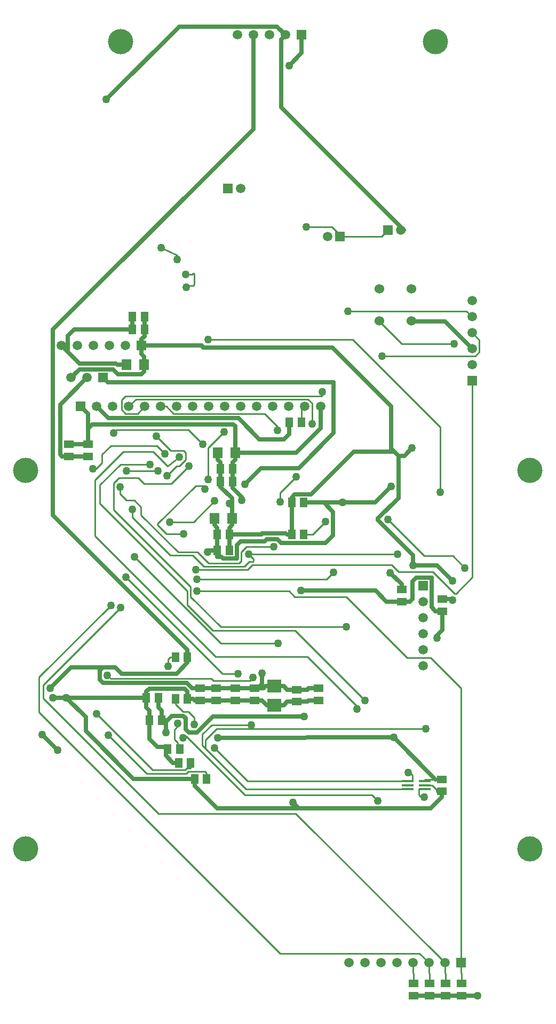
<source format=gbl>
%FSLAX25Y25*%
%MOIN*%
G70*
G01*
G75*
G04 Layer_Physical_Order=2*
G04 Layer_Color=16711680*
%ADD10R,0.03150X0.06299*%
%ADD11O,0.12598X0.02362*%
%ADD12R,0.00945X0.11811*%
%ADD13R,0.11811X0.00945*%
%ADD14O,0.11811X0.00945*%
%ADD15R,0.03937X0.04331*%
%ADD16R,0.05906X0.05118*%
%ADD17R,0.05118X0.05906*%
%ADD18R,0.09449X0.07087*%
%ADD19R,0.07874X0.04724*%
%ADD20R,0.08268X0.02362*%
%ADD21R,0.17716X0.19685*%
%ADD22R,0.08661X0.11811*%
%ADD23R,0.11024X0.07874*%
%ADD24R,0.06299X0.03150*%
%ADD25R,0.11000X0.15000*%
%ADD26R,0.10984X0.11811*%
%ADD27R,0.06496X0.04724*%
%ADD28R,0.06496X0.04528*%
%ADD29R,0.06299X0.10630*%
%ADD30R,0.10236X0.09449*%
%ADD31R,0.06299X0.07087*%
%ADD32R,0.07087X0.06299*%
%ADD33R,0.08661X0.13386*%
%ADD34R,0.04528X0.06496*%
%ADD35R,0.04724X0.06496*%
%ADD36R,0.07874X0.01378*%
%ADD37O,0.07874X0.01378*%
%ADD38R,0.06500X0.11201*%
%ADD39R,0.09055X0.05906*%
%ADD40R,0.09055X0.05906*%
%ADD41R,0.09055X0.09055*%
%ADD42R,0.05512X0.14961*%
%ADD43R,0.07284X0.01575*%
%ADD44R,0.23622X0.23622*%
%ADD45O,0.00669X0.05709*%
%ADD46R,0.00669X0.05709*%
%ADD47C,0.02500*%
%ADD48C,0.01000*%
%ADD49C,0.00800*%
%ADD50C,0.00600*%
%ADD51C,0.00661*%
%ADD52C,0.00700*%
%ADD53C,0.02205*%
%ADD54C,0.01654*%
%ADD55C,0.00965*%
%ADD56C,0.01102*%
%ADD57C,0.00900*%
%ADD58C,0.05906*%
%ADD59R,0.05906X0.05906*%
%ADD60C,0.06000*%
%ADD61R,0.05906X0.05906*%
%ADD62C,0.15748*%
%ADD63C,0.05000*%
%ADD64R,0.08661X0.07874*%
D16*
X490000Y338260D02*
D03*
Y345740D02*
D03*
X480000Y338260D02*
D03*
Y345740D02*
D03*
X470000Y338260D02*
D03*
Y345740D02*
D03*
X460000Y338260D02*
D03*
Y345740D02*
D03*
X256394Y682441D02*
D03*
Y674961D02*
D03*
X244394Y682441D02*
D03*
Y674961D02*
D03*
X478000Y578260D02*
D03*
Y585740D02*
D03*
X400701Y522567D02*
D03*
Y530047D02*
D03*
X326701Y522567D02*
D03*
Y530047D02*
D03*
X336701Y522567D02*
D03*
Y530047D02*
D03*
X348701Y522567D02*
D03*
Y530047D02*
D03*
X360701Y522567D02*
D03*
Y530047D02*
D03*
X452500Y591740D02*
D03*
Y584260D02*
D03*
X386953Y529287D02*
D03*
Y521807D02*
D03*
X477453Y473287D02*
D03*
Y465807D02*
D03*
D17*
X292961Y524307D02*
D03*
X300441D02*
D03*
X294961Y510307D02*
D03*
X302441D02*
D03*
X337260Y626234D02*
D03*
X344740D02*
D03*
X346740Y659000D02*
D03*
X339260D02*
D03*
X284260Y754000D02*
D03*
X291740D02*
D03*
X337260Y616234D02*
D03*
X344740D02*
D03*
X346740Y667000D02*
D03*
X339260D02*
D03*
X284260Y762000D02*
D03*
X291740D02*
D03*
X391240Y646000D02*
D03*
X383760D02*
D03*
X391240Y626000D02*
D03*
X383760D02*
D03*
X389740Y696000D02*
D03*
X382260D02*
D03*
X306260Y492000D02*
D03*
X313740D02*
D03*
X313213Y483547D02*
D03*
X320693D02*
D03*
X323213Y473547D02*
D03*
X330693D02*
D03*
X311213Y549547D02*
D03*
X318693D02*
D03*
Y523547D02*
D03*
X311213D02*
D03*
D31*
X346512Y636234D02*
D03*
X335488D02*
D03*
X291512Y732000D02*
D03*
X280488D02*
D03*
X348512Y677000D02*
D03*
X337488D02*
D03*
D43*
X456138Y472106D02*
D03*
Y469547D02*
D03*
Y466988D02*
D03*
X466768D02*
D03*
Y469547D02*
D03*
Y472106D02*
D03*
D47*
X474000Y562000D02*
Y562500D01*
Y562000D02*
X474500Y561500D01*
X478000Y566500D02*
Y578260D01*
X474000Y562500D02*
X478000Y566500D01*
X454300Y675300D02*
X459000Y680000D01*
X450600Y675300D02*
X454300D01*
X446000Y679900D02*
X448000Y677900D01*
X409081Y742919D02*
X446000Y706000D01*
X319500Y502500D02*
X324500D01*
X302441Y510307D02*
X305200D01*
X334600Y512600D02*
X391400D01*
X324500Y502500D02*
X334600Y512600D01*
X316000Y512850D02*
X317500Y511350D01*
X308743Y512850D02*
X316000D01*
X306200Y510307D02*
X308743Y512850D01*
X305200Y510307D02*
X306200D01*
X317500Y504500D02*
X319500Y502500D01*
X317500Y504500D02*
Y511350D01*
X300441Y518300D02*
Y524307D01*
Y518300D02*
X302441Y516300D01*
Y510307D02*
Y516300D01*
X227722Y501166D02*
X237500Y491387D01*
X390000Y926800D02*
Y938000D01*
X382100Y918900D02*
X390000Y926800D01*
X246000Y724000D02*
X251203Y729203D01*
X272097D01*
X275100Y726200D01*
X290000D01*
X291512Y727712D01*
Y732000D01*
X291740Y754000D02*
Y762000D01*
Y749840D02*
Y754000D01*
X290000Y748100D02*
X291740Y749840D01*
X290000Y744000D02*
Y748100D01*
X291512Y732000D02*
Y737200D01*
X290000Y738712D02*
X291512Y737200D01*
X290000Y738712D02*
Y744000D01*
X327419D01*
X446000Y679900D02*
Y706000D01*
X327419Y744000D02*
X328500Y742919D01*
X409081D01*
X383760Y626000D02*
Y646000D01*
X380750Y626000D02*
X383760D01*
X380000Y626750D02*
X380750Y626000D01*
X365251Y626750D02*
X380000D01*
X364735Y626234D02*
X365251Y626750D01*
X344740Y626234D02*
X364735D01*
X337488Y672872D02*
Y677000D01*
Y672872D02*
X339260Y671100D01*
Y667000D02*
Y671100D01*
X344740Y616234D02*
Y626234D01*
X339260Y659000D02*
Y667000D01*
X344740Y626234D02*
Y630300D01*
X346512Y632072D01*
Y636234D01*
X339260Y655977D02*
Y659000D01*
X346512Y636234D02*
Y643300D01*
X345000Y644812D02*
X346512Y643300D01*
X339260Y655977D02*
X346512Y648725D01*
X345000Y644812D02*
Y645500D01*
X460000Y338260D02*
X470000D01*
X480000D01*
X490000D01*
X499900D01*
X382260Y688960D02*
Y696000D01*
X378800Y685500D02*
X382260Y688960D01*
X363704Y685500D02*
X378800D01*
X350407Y698797D02*
X363704Y685500D01*
X269203Y698797D02*
X350407D01*
X262000Y706000D02*
X269203Y698797D01*
X239100Y707100D02*
X256000Y724000D01*
X239100Y676000D02*
Y707100D01*
Y676000D02*
X240139Y674961D01*
X244394D01*
X256394D01*
X266000Y724000D02*
X269000Y721000D01*
X410000D01*
Y689327D02*
Y721000D01*
X388106Y667433D02*
X410000Y689327D01*
X364633Y667433D02*
X388106D01*
X354700Y657500D02*
X364633Y667433D01*
X394160Y530047D02*
X400701D01*
X393400Y529287D02*
X394160Y530047D01*
X386953Y529287D02*
X393400D01*
X360701Y530047D02*
X362454D01*
X365200Y532793D02*
Y539400D01*
X362454Y530047D02*
X365200Y532793D01*
X362454Y530047D02*
X366100D01*
X367506Y531453D01*
X372953D01*
X380965Y529287D02*
X386953D01*
X378800Y531453D02*
X380965Y529287D01*
X372953Y531453D02*
X378800D01*
X360000Y879300D02*
Y938000D01*
X234700Y754000D02*
X360000Y879300D01*
X234700Y638241D02*
Y754000D01*
Y638241D02*
X318693Y554248D01*
Y549547D02*
Y554248D01*
X348701Y530047D02*
X360701D01*
X336701D02*
X348701D01*
X326701D02*
X336701D01*
X318693Y546000D02*
Y549547D01*
X273400Y543100D02*
X277450Y539050D01*
X266000Y543100D02*
X273400D01*
X265950Y543050D02*
X266000Y543100D01*
X232750Y530000D02*
X245800Y543050D01*
X311743Y539050D02*
X318693Y546000D01*
X277450Y539050D02*
X311743D01*
X263900Y535550D02*
Y541000D01*
Y535550D02*
X266000Y533450D01*
X318193D01*
X321596Y530047D01*
X326701D01*
X377302Y935302D02*
X380000Y938000D01*
X377302Y892698D02*
Y935302D01*
X374700Y943300D02*
X380000Y938000D01*
X313500Y943300D02*
X374700D01*
X268000Y897800D02*
X313500Y943300D01*
X447453Y499500D02*
X473665Y473287D01*
X337700Y499200D02*
X447453Y499500D01*
X394160Y522567D02*
X400701D01*
X393400Y521807D02*
X394160Y522567D01*
X386953Y521807D02*
X393400D01*
X335488Y632072D02*
Y636234D01*
Y632072D02*
X337260Y630300D01*
Y626234D02*
Y630300D01*
X380965Y521807D02*
X386953D01*
X378800Y519642D02*
X380965Y521807D01*
X372953Y519642D02*
X378800D01*
X337260Y616234D02*
Y626234D01*
X331100Y615300D02*
X332034Y616234D01*
X337260D01*
X368225Y519642D02*
X372953D01*
X365300Y522567D02*
X368225Y519642D01*
X360701Y522567D02*
X365300D01*
X348701D02*
X360701D01*
X336701D02*
X348701D01*
X309665Y483547D02*
X313213D01*
X305213Y488000D02*
X309665Y483547D01*
X300000Y493547D02*
X305213D01*
X294961Y498587D02*
X300000Y493547D01*
X294961Y498587D02*
Y510307D01*
X326701Y522567D02*
X336701D01*
X323180D02*
X326701D01*
X322200Y523547D02*
X323180Y522567D01*
X318693Y523547D02*
X322200D01*
X318693D02*
Y528000D01*
X316743Y529950D02*
X318693Y528000D01*
X294911Y529950D02*
X316743D01*
X292961Y528000D02*
X294911Y529950D01*
X292961Y524307D02*
Y528000D01*
X294961Y510307D02*
Y516300D01*
X292961Y518300D02*
X294961Y516300D01*
X292961Y518300D02*
Y524307D01*
X475193Y465807D02*
X477453D01*
X234500Y524000D02*
X234807Y524307D01*
X388210Y455019D02*
X470472D01*
X477453Y462000D02*
Y465807D01*
X470472Y455019D02*
X477453Y462000D01*
X323213Y469187D02*
X337381Y455019D01*
X323213Y469187D02*
Y473547D01*
X243000Y524300D02*
X255150Y512150D01*
Y503404D02*
Y512150D01*
Y503404D02*
X285007Y473547D01*
X323213D01*
X352500Y647500D02*
Y649440D01*
X346740Y655200D02*
X352500Y649440D01*
X346740Y655200D02*
Y659000D01*
X284260Y754000D02*
Y762000D01*
X244000Y740000D02*
X251200Y732800D01*
X240000Y744000D02*
X244000Y740000D01*
X274800Y732000D02*
X280488D01*
X274000Y732800D02*
X274800Y732000D01*
X251200Y732800D02*
X274000D01*
X244000Y750000D02*
X248000Y754000D01*
X284260D01*
X346740Y659000D02*
Y667000D01*
X402000Y692372D02*
Y706000D01*
X386628Y677000D02*
X402000Y692372D01*
X348512Y677000D02*
X386628D01*
X346740Y667000D02*
Y671100D01*
X348512Y672872D01*
Y677000D01*
Y693692D01*
X256394Y692000D02*
X259280Y694886D01*
X256394Y682441D02*
Y692000D01*
X347318Y694886D02*
X348512Y693692D01*
X259280Y694886D02*
X347318D01*
X256394Y692000D02*
Y701606D01*
X252000Y706000D02*
X256394Y701606D01*
X244394Y682441D02*
X256394D01*
X461000Y759000D02*
X479500D01*
X496500Y742000D01*
X473600Y578260D02*
X478000D01*
X471100Y580760D02*
X473600Y578260D01*
X471100Y580760D02*
Y599003D01*
X461503D02*
X471100D01*
X459300Y596800D02*
X461503Y599003D01*
X459300Y585960D02*
Y596800D01*
X457600Y584260D02*
X459300Y585960D01*
X452500Y584260D02*
X457600D01*
X389500Y591000D02*
X436300D01*
X443040Y584260D01*
X452500D01*
X383760Y649260D02*
X385600Y651100D01*
X395900D02*
X422700Y677900D01*
X448000D01*
X450600Y675300D01*
Y648900D02*
Y675300D01*
X437700Y636000D02*
X450600Y648900D01*
X437700Y635200D02*
Y636000D01*
Y635200D02*
X459700Y613200D01*
Y606800D02*
Y613200D01*
X445300Y602200D02*
X452500Y595000D01*
Y591740D02*
Y595000D01*
X459700Y606800D02*
X474600D01*
X484300Y597100D01*
X483660Y585740D02*
X484300Y585100D01*
X478000Y585740D02*
X483660D01*
X409700Y625600D02*
Y640300D01*
X404800Y620700D02*
X409700Y625600D01*
X377300Y620700D02*
X404800D01*
X374750Y623250D02*
X377300Y620700D01*
X368200Y623250D02*
X374750D01*
X366750Y621800D02*
X368200Y623250D01*
X352000Y621800D02*
X366750D01*
X349549Y619349D02*
X352000Y621800D01*
X349549Y611031D02*
Y619349D01*
X341000Y611031D02*
X349549D01*
X339931Y612100D02*
X341000Y611031D01*
X337260Y612100D02*
Y616234D01*
X435937Y646000D02*
X446000Y656063D01*
X415500Y646000D02*
X435937D01*
X305200Y502500D02*
Y510307D01*
X346512Y643300D02*
Y645500D01*
Y648725D01*
X383760Y646000D02*
Y649192D01*
Y649260D01*
X385600Y651100D02*
X385668D01*
X395900D01*
X383760Y649192D02*
X385668Y651100D01*
X263900Y541000D02*
X265950Y543050D01*
X266000Y543100D01*
X245800Y543050D02*
X265950D01*
X452937Y817063D02*
X454000Y816000D01*
X377302Y892698D02*
X452937Y817063D01*
X305213Y488000D02*
Y492000D01*
Y493547D01*
X234807Y524307D02*
X243000D01*
X292961D01*
X337381Y455019D02*
X384579D01*
X388210D01*
X470472D01*
X337260Y612100D02*
X339931D01*
X244000Y740000D02*
Y744000D01*
Y750000D01*
X384579Y458650D02*
X388210Y455019D01*
X404000Y646000D02*
X409700Y640300D01*
X404000Y646000D02*
X415500D01*
X435937D01*
X391240D02*
X404000D01*
X415500D01*
X435937D01*
D48*
X360017Y609634D02*
Y610800D01*
X358217Y612600D02*
X360017Y610800D01*
X359483Y609100D02*
X360017Y609634D01*
X357118Y609100D02*
X359483D01*
X284100Y636900D02*
Y641733D01*
Y636900D02*
X308000Y613000D01*
X322007D01*
X328726Y606281D01*
X354299D01*
X357118Y609100D01*
X463200Y466988D02*
X466768D01*
X463200Y463400D02*
X464600Y462000D01*
X466500D01*
X456500Y477500D02*
X457400D01*
X459200Y475700D01*
X456138Y472106D02*
X459200Y472106D01*
X335396Y492900D02*
X356190Y472106D01*
X456138D01*
Y472106D01*
X328000Y494367D02*
Y501367D01*
X355378Y466988D02*
X456138D01*
X333933Y507300D02*
X358500D01*
X328000Y501367D02*
X333933Y507300D01*
X328000Y494367D02*
X330000Y492367D01*
Y497965D02*
X336835Y504800D01*
X355600Y618500D02*
X372500D01*
X352299Y615199D02*
X355600Y618500D01*
X352299Y609581D02*
Y615199D01*
X351000Y608281D02*
X352299Y609581D01*
X331726Y608281D02*
X351000D01*
X324955Y615052D02*
X331726Y608281D01*
X312948Y615052D02*
X324955D01*
X289700Y638300D02*
X312948Y615052D01*
X289700Y638300D02*
Y643300D01*
X285433Y647567D02*
X289700Y643300D01*
X280433Y647567D02*
X285433D01*
X276500Y651500D02*
X280433Y647567D01*
X276500Y651500D02*
Y655800D01*
X312200Y797700D02*
Y800500D01*
X302200Y805000D02*
X312200Y800500D01*
X396900Y626000D02*
X404900Y634000D01*
X391240Y626000D02*
X396900D01*
X308000Y549547D02*
X311213D01*
X306700Y548247D02*
X308000Y549547D01*
X306700Y543800D02*
Y548247D01*
X311213Y520187D02*
Y523547D01*
Y520187D02*
X315800Y515600D01*
X319131D01*
X323000Y511731D01*
Y507500D02*
Y511731D01*
X389740Y703740D02*
X392000Y706000D01*
X389740Y696000D02*
Y703740D01*
X438750Y758750D02*
X452400Y745100D01*
X485300D01*
X330693Y473547D02*
Y477000D01*
X329693Y478000D02*
X330693Y477000D01*
X319100Y478000D02*
X329693D01*
X317800Y476700D02*
X319100Y478000D01*
X293200Y476700D02*
X317800D01*
X269100Y500800D02*
X293200Y476700D01*
X320693Y480000D02*
Y483547D01*
X318154Y480000D02*
X320693D01*
X317153Y479000D02*
X318154Y480000D01*
X296900Y479000D02*
X317153D01*
X261900Y514000D02*
X296900Y479000D01*
X312700Y506400D02*
Y508100D01*
X310445Y504145D02*
X312700Y506400D01*
X310445Y498255D02*
Y504145D01*
Y498255D02*
X312693Y496007D01*
Y493547D02*
Y496007D01*
X393000Y818000D02*
X409000D01*
X440000Y812000D02*
X444000Y816000D01*
X414000Y812000D02*
X440000D01*
X282000Y706000D02*
X286500Y710500D01*
X394000D01*
X396500Y708000D01*
Y695300D02*
Y708000D01*
X403000Y713000D02*
Y715000D01*
X402500Y712500D02*
X403000Y713000D01*
X279800Y712500D02*
X402500D01*
X277500Y710200D02*
X279800Y712500D01*
X277500Y704000D02*
Y710200D01*
Y704000D02*
X279953Y701547D01*
X287547D01*
X292000Y706000D01*
X375000Y691000D02*
Y693600D01*
X367053Y701547D02*
X375000Y693600D01*
X309953Y701547D02*
X367053D01*
X305500Y706000D02*
X309953Y701547D01*
X302000Y706000D02*
X305500D01*
X339400Y568600D02*
X417900D01*
X320700Y587300D02*
X339400Y568600D01*
X320700Y587300D02*
Y593400D01*
X272500Y641600D02*
X320700Y593400D01*
X272500Y641600D02*
Y658100D01*
X276000Y661600D01*
X287800D01*
X291599Y657801D01*
X308554D01*
X319677Y668923D01*
X385800Y566100D02*
X429400Y522500D01*
X334576Y566100D02*
X385800D01*
X318676Y582000D02*
X334576Y566100D01*
X318676Y582000D02*
Y590920D01*
X264000Y645596D02*
X318676Y590920D01*
X264000Y645596D02*
Y657105D01*
X276795Y669900D01*
X295100D01*
X424500Y517000D02*
Y518900D01*
X393600Y549800D02*
X424500Y518900D01*
X336100Y549800D02*
X393600D01*
X260900Y625000D02*
X336100Y549800D01*
X260900Y625000D02*
Y660000D01*
X278600Y677700D01*
X297300D01*
X306200Y668800D01*
X313600Y674500D01*
X299500Y681500D02*
X304500Y676500D01*
X270800Y681500D02*
X299500D01*
X265300Y676000D02*
X270800Y681500D01*
X265300Y670900D02*
Y676000D01*
X261400Y667000D02*
X265300Y670900D01*
X259500Y667000D02*
X261400D01*
X490000Y345740D02*
Y351900D01*
X489394Y352506D02*
X490000Y351900D01*
X489394Y352506D02*
Y358701D01*
X228700Y532200D02*
X276900Y580400D01*
X228700Y523800D02*
Y532200D01*
Y523800D02*
X300700Y451800D01*
X386295D01*
X479394Y358701D01*
X480000Y345740D02*
Y351900D01*
X479394Y352506D02*
X480000Y351900D01*
X479394Y352506D02*
Y358701D01*
X319264Y691600D02*
X328364Y682500D01*
X274500Y691600D02*
X319264D01*
X272500Y689600D02*
X274500Y691600D01*
X226000Y537100D02*
X270800Y581900D01*
X226000Y515253D02*
Y537100D01*
Y515253D02*
X376653Y364600D01*
X463495D01*
X469394Y358701D01*
X470000Y345740D02*
Y351900D01*
X469394Y352506D02*
X470000Y351900D01*
X469394Y352506D02*
Y358701D01*
X460000Y345740D02*
Y351900D01*
X459394Y352506D02*
X460000Y351900D01*
X459394Y352506D02*
Y358701D01*
X280500Y665900D02*
X300300D01*
X280100Y599600D02*
X340500Y539200D01*
X350300D01*
X305800Y662700D02*
X311800Y668700D01*
X313600D02*
X317600Y672700D01*
Y677000D01*
X311800Y668700D02*
X313600D01*
X316100Y678500D02*
X317600Y677000D01*
X308200Y678500D02*
X316100D01*
X299100Y687600D02*
X308200Y678500D01*
X285500Y612300D02*
X339700Y558100D01*
X375100D01*
X433800Y463500D02*
X437500Y459800D01*
X354500Y463500D02*
X433800D01*
X318000Y500000D02*
X354500Y463500D01*
X316445Y500000D02*
X318000D01*
X316000Y499555D02*
X316445Y500000D01*
X316000Y499000D02*
Y499555D01*
X329500Y654500D02*
X329571Y654571D01*
X328537Y656463D02*
X329500Y655500D01*
X323800Y656463D02*
X328537D01*
X300000Y632663D02*
X323800Y656463D01*
X300000Y632000D02*
Y632663D01*
Y632000D02*
X305400Y626600D01*
X316100D01*
X324400Y598100D02*
X405453D01*
X409900Y602547D01*
X357500Y534700D02*
X359500Y536700D01*
X334900Y534700D02*
X357500D01*
X333400Y536200D02*
X334900Y534700D01*
X270793Y536200D02*
X333400D01*
X268693Y538300D02*
X270793Y536200D01*
X489394Y358701D02*
Y530106D01*
X470500Y549000D02*
X489394Y530106D01*
X456000Y549000D02*
X470500D01*
X417837Y587163D02*
X456000Y549000D01*
X385695Y587163D02*
X417837D01*
X382058Y590800D02*
X385695Y587163D01*
X324700Y590800D02*
X382058D01*
X307500Y633800D02*
X322400D01*
X335701Y647101D01*
X476500Y652600D02*
Y693200D01*
X422000Y747700D02*
X476500Y693200D01*
X331500Y747700D02*
X422000D01*
X331500Y680200D02*
X341400Y690100D01*
X331500Y660500D02*
Y680200D01*
X323886Y604281D02*
X356299D01*
X359118Y607100D01*
X446100D01*
X450409Y602791D01*
X472000D01*
X485490Y589300D01*
X486400D01*
X496500Y599400D01*
Y722000D01*
X443900Y635500D02*
X466700Y612700D01*
X484542D01*
X492000Y605242D01*
X496500Y752000D02*
X501000Y747500D01*
Y740000D02*
Y747500D01*
X498500Y737500D02*
X501000Y740000D01*
X440100Y737500D02*
X498500D01*
X493000Y765500D02*
X496500Y762000D01*
X419000Y765500D02*
X493000D01*
X376500Y652000D02*
X386500Y662000D01*
X376500Y646500D02*
Y652000D01*
X463200Y463400D02*
Y466988D01*
X459200Y472106D02*
Y475700D01*
X330000Y492367D02*
X355378Y466988D01*
X328000Y494367D02*
X330000Y492367D01*
Y497965D01*
X336835Y504800D02*
X358500D01*
X467453D01*
X357017Y613800D02*
X358217D01*
X449900D01*
X414500Y812500D02*
X414750Y812250D01*
X409000Y818000D02*
X414500Y812500D01*
X329500Y654500D02*
Y654571D01*
Y655500D01*
D55*
X317500Y788500D02*
X321500D01*
X322090Y789090D01*
X322548D01*
X322856Y788783D01*
Y782067D02*
Y788783D01*
X322288Y781500D02*
X322856Y782067D01*
X319000Y781500D02*
X322288D01*
X318000Y780500D02*
X319000Y781500D01*
D56*
X473665Y473287D02*
X477453D01*
X466768Y472106D02*
Y473287D01*
Y469547D02*
X471453D01*
X475193Y465807D01*
X466768Y473287D02*
X473665D01*
D58*
X451874Y816000D02*
D03*
X351874Y842000D02*
D03*
X496500Y772000D02*
D03*
Y762000D02*
D03*
Y752000D02*
D03*
Y742000D02*
D03*
Y732000D02*
D03*
X479394Y358701D02*
D03*
X469394D02*
D03*
X459394D02*
D03*
X449394D02*
D03*
X439394D02*
D03*
X429394D02*
D03*
X419394D02*
D03*
X256000Y724000D02*
D03*
X246000D02*
D03*
X280000Y744000D02*
D03*
X270000D02*
D03*
X260000D02*
D03*
X250000D02*
D03*
X240000D02*
D03*
X350000Y938000D02*
D03*
X360000D02*
D03*
X370000D02*
D03*
X380000D02*
D03*
X466000Y584000D02*
D03*
Y574000D02*
D03*
Y564000D02*
D03*
Y554000D02*
D03*
Y544000D02*
D03*
X402000Y706000D02*
D03*
X392000D02*
D03*
X382000D02*
D03*
X372000D02*
D03*
X362000D02*
D03*
X352000D02*
D03*
X342000D02*
D03*
X332000D02*
D03*
X322000D02*
D03*
X312000D02*
D03*
X302000D02*
D03*
X292000D02*
D03*
X282000D02*
D03*
X272000D02*
D03*
X262000D02*
D03*
X406126Y812000D02*
D03*
D59*
X444000Y816000D02*
D03*
X344000Y842000D02*
D03*
X489394Y358701D02*
D03*
X266000Y724000D02*
D03*
X290000Y744000D02*
D03*
X390000Y938000D02*
D03*
X252000Y706000D02*
D03*
X414000Y812000D02*
D03*
D60*
X458500Y779500D02*
D03*
X438500Y759500D02*
D03*
X458500D02*
D03*
X438500Y779500D02*
D03*
D61*
X496500Y722000D02*
D03*
X466000Y594000D02*
D03*
D62*
X276800Y933800D02*
D03*
X473600D02*
D03*
X217700Y666100D02*
D03*
X532700D02*
D03*
Y429900D02*
D03*
X217700D02*
D03*
D63*
X474500Y561500D02*
D03*
X375000Y691000D02*
D03*
X459000Y680000D02*
D03*
X305200Y502500D02*
D03*
X391400Y512600D02*
D03*
X227722Y501166D02*
D03*
X237500Y491387D02*
D03*
X382100Y918900D02*
D03*
X345000Y645500D02*
D03*
X499900Y338260D02*
D03*
X354700Y657500D02*
D03*
X365200Y539400D02*
D03*
X232750Y530000D02*
D03*
X268000Y897800D02*
D03*
X447453Y499500D02*
D03*
X337700Y499200D02*
D03*
X466500Y462000D02*
D03*
X456500Y477500D02*
D03*
X335396Y492900D02*
D03*
X358500Y507300D02*
D03*
X467453Y504800D02*
D03*
X372500Y618500D02*
D03*
X276500Y655800D02*
D03*
X284100Y641733D02*
D03*
X317500Y788500D02*
D03*
X318000Y780500D02*
D03*
X312200Y797700D02*
D03*
X302200Y805000D02*
D03*
X404900Y634000D02*
D03*
X306700Y543800D02*
D03*
X323000Y507500D02*
D03*
X485300Y745100D02*
D03*
X269100Y500800D02*
D03*
X261900Y514000D02*
D03*
X312700Y508100D02*
D03*
X393000Y818000D02*
D03*
X396500Y695300D02*
D03*
X403000Y715000D02*
D03*
X417900Y568600D02*
D03*
X319677Y668923D02*
D03*
X429400Y522500D02*
D03*
X295100Y669900D02*
D03*
X424500Y517000D02*
D03*
X313600Y674500D02*
D03*
X304500Y676500D02*
D03*
X259500Y667000D02*
D03*
X276900Y580400D02*
D03*
X328364Y682500D02*
D03*
X272500Y689600D02*
D03*
X270800Y581900D02*
D03*
X331100Y615300D02*
D03*
X234500Y524000D02*
D03*
X384579Y458650D02*
D03*
X243000Y524300D02*
D03*
X352500Y647500D02*
D03*
X300300Y665900D02*
D03*
X280500D02*
D03*
X280100Y599600D02*
D03*
X350300Y539200D02*
D03*
X305800Y662700D02*
D03*
X299100Y687600D02*
D03*
X285500Y612300D02*
D03*
X375100Y558100D02*
D03*
X437500Y459800D02*
D03*
X316000Y499000D02*
D03*
X329571Y654571D02*
D03*
X316100Y626600D02*
D03*
X324400Y598100D02*
D03*
X409900Y602547D02*
D03*
X359500Y536700D02*
D03*
X268693Y538300D02*
D03*
X389500Y591000D02*
D03*
X324700Y590800D02*
D03*
X307500Y633800D02*
D03*
X335701Y647101D02*
D03*
X476500Y652600D02*
D03*
X331500Y747700D02*
D03*
X341400Y690100D02*
D03*
X331500Y660500D02*
D03*
X459700Y606800D02*
D03*
X445300Y602200D02*
D03*
X323886Y604281D02*
D03*
X357017Y613800D02*
D03*
X449900D02*
D03*
X443900Y635500D02*
D03*
X492000Y605242D02*
D03*
X440100Y737500D02*
D03*
X419000Y765500D02*
D03*
X386500Y662000D02*
D03*
X376500Y646500D02*
D03*
X484300Y597100D02*
D03*
Y585100D02*
D03*
X446000Y656063D02*
D03*
X415500Y646000D02*
D03*
D64*
X372953Y531453D02*
D03*
Y519642D02*
D03*
M02*

</source>
